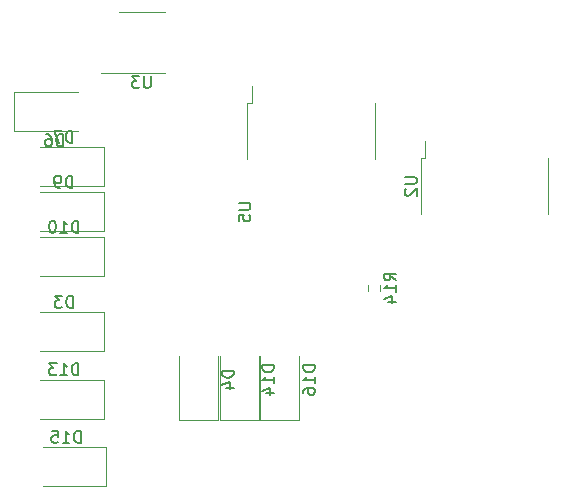
<source format=gbr>
%TF.GenerationSoftware,KiCad,Pcbnew,(6.0.9)*%
%TF.CreationDate,2023-01-31T13:38:18+01:00*%
%TF.ProjectId,jf-ecu32,6a662d65-6375-4333-922e-6b696361645f,rev?*%
%TF.SameCoordinates,Original*%
%TF.FileFunction,Legend,Bot*%
%TF.FilePolarity,Positive*%
%FSLAX46Y46*%
G04 Gerber Fmt 4.6, Leading zero omitted, Abs format (unit mm)*
G04 Created by KiCad (PCBNEW (6.0.9)) date 2023-01-31 13:38:18*
%MOMM*%
%LPD*%
G01*
G04 APERTURE LIST*
%ADD10C,0.150000*%
%ADD11C,0.120000*%
G04 APERTURE END LIST*
D10*
%TO.C,D14*%
X48291380Y-182535914D02*
X47291380Y-182535914D01*
X47291380Y-182774009D01*
X47339000Y-182916866D01*
X47434238Y-183012104D01*
X47529476Y-183059723D01*
X47719952Y-183107342D01*
X47862809Y-183107342D01*
X48053285Y-183059723D01*
X48148523Y-183012104D01*
X48243761Y-182916866D01*
X48291380Y-182774009D01*
X48291380Y-182535914D01*
X48291380Y-184059723D02*
X48291380Y-183488295D01*
X48291380Y-183774009D02*
X47291380Y-183774009D01*
X47434238Y-183678771D01*
X47529476Y-183583533D01*
X47577095Y-183488295D01*
X47624714Y-184916866D02*
X48291380Y-184916866D01*
X47243761Y-184678771D02*
X47958047Y-184440676D01*
X47958047Y-185059723D01*
%TO.C,D9*%
X31218095Y-167497380D02*
X31218095Y-166497380D01*
X30980000Y-166497380D01*
X30837142Y-166545000D01*
X30741904Y-166640238D01*
X30694285Y-166735476D01*
X30646666Y-166925952D01*
X30646666Y-167068809D01*
X30694285Y-167259285D01*
X30741904Y-167354523D01*
X30837142Y-167449761D01*
X30980000Y-167497380D01*
X31218095Y-167497380D01*
X30170476Y-167497380D02*
X29980000Y-167497380D01*
X29884761Y-167449761D01*
X29837142Y-167402142D01*
X29741904Y-167259285D01*
X29694285Y-167068809D01*
X29694285Y-166687857D01*
X29741904Y-166592619D01*
X29789523Y-166545000D01*
X29884761Y-166497380D01*
X30075238Y-166497380D01*
X30170476Y-166545000D01*
X30218095Y-166592619D01*
X30265714Y-166687857D01*
X30265714Y-166925952D01*
X30218095Y-167021190D01*
X30170476Y-167068809D01*
X30075238Y-167116428D01*
X29884761Y-167116428D01*
X29789523Y-167068809D01*
X29741904Y-167021190D01*
X29694285Y-166925952D01*
%TO.C,D16*%
X51745780Y-182535914D02*
X50745780Y-182535914D01*
X50745780Y-182774009D01*
X50793400Y-182916866D01*
X50888638Y-183012104D01*
X50983876Y-183059723D01*
X51174352Y-183107342D01*
X51317209Y-183107342D01*
X51507685Y-183059723D01*
X51602923Y-183012104D01*
X51698161Y-182916866D01*
X51745780Y-182774009D01*
X51745780Y-182535914D01*
X51745780Y-184059723D02*
X51745780Y-183488295D01*
X51745780Y-183774009D02*
X50745780Y-183774009D01*
X50888638Y-183678771D01*
X50983876Y-183583533D01*
X51031495Y-183488295D01*
X50745780Y-184916866D02*
X50745780Y-184726390D01*
X50793400Y-184631152D01*
X50841019Y-184583533D01*
X50983876Y-184488295D01*
X51174352Y-184440676D01*
X51555304Y-184440676D01*
X51650542Y-184488295D01*
X51698161Y-184535914D01*
X51745780Y-184631152D01*
X51745780Y-184821628D01*
X51698161Y-184916866D01*
X51650542Y-184964485D01*
X51555304Y-185012104D01*
X51317209Y-185012104D01*
X51221971Y-184964485D01*
X51174352Y-184916866D01*
X51126733Y-184821628D01*
X51126733Y-184631152D01*
X51174352Y-184535914D01*
X51221971Y-184488295D01*
X51317209Y-184440676D01*
%TO.C,U3*%
X37845904Y-158046380D02*
X37845904Y-158855904D01*
X37798285Y-158951142D01*
X37750666Y-158998761D01*
X37655428Y-159046380D01*
X37464952Y-159046380D01*
X37369714Y-158998761D01*
X37322095Y-158951142D01*
X37274476Y-158855904D01*
X37274476Y-158046380D01*
X36893523Y-158046380D02*
X36274476Y-158046380D01*
X36607809Y-158427333D01*
X36464952Y-158427333D01*
X36369714Y-158474952D01*
X36322095Y-158522571D01*
X36274476Y-158617809D01*
X36274476Y-158855904D01*
X36322095Y-158951142D01*
X36369714Y-158998761D01*
X36464952Y-159046380D01*
X36750666Y-159046380D01*
X36845904Y-158998761D01*
X36893523Y-158951142D01*
%TO.C,D10*%
X31734285Y-171307380D02*
X31734285Y-170307380D01*
X31496190Y-170307380D01*
X31353333Y-170355000D01*
X31258095Y-170450238D01*
X31210476Y-170545476D01*
X31162857Y-170735952D01*
X31162857Y-170878809D01*
X31210476Y-171069285D01*
X31258095Y-171164523D01*
X31353333Y-171259761D01*
X31496190Y-171307380D01*
X31734285Y-171307380D01*
X30210476Y-171307380D02*
X30781904Y-171307380D01*
X30496190Y-171307380D02*
X30496190Y-170307380D01*
X30591428Y-170450238D01*
X30686666Y-170545476D01*
X30781904Y-170593095D01*
X29591428Y-170307380D02*
X29496190Y-170307380D01*
X29400952Y-170355000D01*
X29353333Y-170402619D01*
X29305714Y-170497857D01*
X29258095Y-170688333D01*
X29258095Y-170926428D01*
X29305714Y-171116904D01*
X29353333Y-171212142D01*
X29400952Y-171259761D01*
X29496190Y-171307380D01*
X29591428Y-171307380D01*
X29686666Y-171259761D01*
X29734285Y-171212142D01*
X29781904Y-171116904D01*
X29829523Y-170926428D01*
X29829523Y-170688333D01*
X29781904Y-170497857D01*
X29734285Y-170402619D01*
X29686666Y-170355000D01*
X29591428Y-170307380D01*
%TO.C,D6*%
X30424095Y-163988380D02*
X30424095Y-162988380D01*
X30186000Y-162988380D01*
X30043142Y-163036000D01*
X29947904Y-163131238D01*
X29900285Y-163226476D01*
X29852666Y-163416952D01*
X29852666Y-163559809D01*
X29900285Y-163750285D01*
X29947904Y-163845523D01*
X30043142Y-163940761D01*
X30186000Y-163988380D01*
X30424095Y-163988380D01*
X28995523Y-162988380D02*
X29186000Y-162988380D01*
X29281238Y-163036000D01*
X29328857Y-163083619D01*
X29424095Y-163226476D01*
X29471714Y-163416952D01*
X29471714Y-163797904D01*
X29424095Y-163893142D01*
X29376476Y-163940761D01*
X29281238Y-163988380D01*
X29090761Y-163988380D01*
X28995523Y-163940761D01*
X28947904Y-163893142D01*
X28900285Y-163797904D01*
X28900285Y-163559809D01*
X28947904Y-163464571D01*
X28995523Y-163416952D01*
X29090761Y-163369333D01*
X29281238Y-163369333D01*
X29376476Y-163416952D01*
X29424095Y-163464571D01*
X29471714Y-163559809D01*
%TO.C,D15*%
X31919285Y-189087380D02*
X31919285Y-188087380D01*
X31681190Y-188087380D01*
X31538333Y-188135000D01*
X31443095Y-188230238D01*
X31395476Y-188325476D01*
X31347857Y-188515952D01*
X31347857Y-188658809D01*
X31395476Y-188849285D01*
X31443095Y-188944523D01*
X31538333Y-189039761D01*
X31681190Y-189087380D01*
X31919285Y-189087380D01*
X30395476Y-189087380D02*
X30966904Y-189087380D01*
X30681190Y-189087380D02*
X30681190Y-188087380D01*
X30776428Y-188230238D01*
X30871666Y-188325476D01*
X30966904Y-188373095D01*
X29490714Y-188087380D02*
X29966904Y-188087380D01*
X30014523Y-188563571D01*
X29966904Y-188515952D01*
X29871666Y-188468333D01*
X29633571Y-188468333D01*
X29538333Y-188515952D01*
X29490714Y-188563571D01*
X29443095Y-188658809D01*
X29443095Y-188896904D01*
X29490714Y-188992142D01*
X29538333Y-189039761D01*
X29633571Y-189087380D01*
X29871666Y-189087380D01*
X29966904Y-189039761D01*
X30014523Y-188992142D01*
%TO.C,D13*%
X31734285Y-183372380D02*
X31734285Y-182372380D01*
X31496190Y-182372380D01*
X31353333Y-182420000D01*
X31258095Y-182515238D01*
X31210476Y-182610476D01*
X31162857Y-182800952D01*
X31162857Y-182943809D01*
X31210476Y-183134285D01*
X31258095Y-183229523D01*
X31353333Y-183324761D01*
X31496190Y-183372380D01*
X31734285Y-183372380D01*
X30210476Y-183372380D02*
X30781904Y-183372380D01*
X30496190Y-183372380D02*
X30496190Y-182372380D01*
X30591428Y-182515238D01*
X30686666Y-182610476D01*
X30781904Y-182658095D01*
X29877142Y-182372380D02*
X29258095Y-182372380D01*
X29591428Y-182753333D01*
X29448571Y-182753333D01*
X29353333Y-182800952D01*
X29305714Y-182848571D01*
X29258095Y-182943809D01*
X29258095Y-183181904D01*
X29305714Y-183277142D01*
X29353333Y-183324761D01*
X29448571Y-183372380D01*
X29734285Y-183372380D01*
X29829523Y-183324761D01*
X29877142Y-183277142D01*
%TO.C,R14*%
X58625980Y-175340542D02*
X58149790Y-175007209D01*
X58625980Y-174769114D02*
X57625980Y-174769114D01*
X57625980Y-175150066D01*
X57673600Y-175245304D01*
X57721219Y-175292923D01*
X57816457Y-175340542D01*
X57959314Y-175340542D01*
X58054552Y-175292923D01*
X58102171Y-175245304D01*
X58149790Y-175150066D01*
X58149790Y-174769114D01*
X58625980Y-176292923D02*
X58625980Y-175721495D01*
X58625980Y-176007209D02*
X57625980Y-176007209D01*
X57768838Y-175911971D01*
X57864076Y-175816733D01*
X57911695Y-175721495D01*
X57959314Y-177150066D02*
X58625980Y-177150066D01*
X57578361Y-176911971D02*
X58292647Y-176673876D01*
X58292647Y-177292923D01*
%TO.C,U2*%
X59368580Y-166598695D02*
X60178104Y-166598695D01*
X60273342Y-166646314D01*
X60320961Y-166693933D01*
X60368580Y-166789171D01*
X60368580Y-166979647D01*
X60320961Y-167074885D01*
X60273342Y-167122504D01*
X60178104Y-167170123D01*
X59368580Y-167170123D01*
X59463819Y-167598695D02*
X59416200Y-167646314D01*
X59368580Y-167741552D01*
X59368580Y-167979647D01*
X59416200Y-168074885D01*
X59463819Y-168122504D01*
X59559057Y-168170123D01*
X59654295Y-168170123D01*
X59797152Y-168122504D01*
X60368580Y-167551076D01*
X60368580Y-168170123D01*
%TO.C,D7*%
X31218095Y-163687380D02*
X31218095Y-162687380D01*
X30980000Y-162687380D01*
X30837142Y-162735000D01*
X30741904Y-162830238D01*
X30694285Y-162925476D01*
X30646666Y-163115952D01*
X30646666Y-163258809D01*
X30694285Y-163449285D01*
X30741904Y-163544523D01*
X30837142Y-163639761D01*
X30980000Y-163687380D01*
X31218095Y-163687380D01*
X30313333Y-162687380D02*
X29646666Y-162687380D01*
X30075238Y-163687380D01*
%TO.C,U5*%
X45296980Y-168783095D02*
X46106504Y-168783095D01*
X46201742Y-168830714D01*
X46249361Y-168878333D01*
X46296980Y-168973571D01*
X46296980Y-169164047D01*
X46249361Y-169259285D01*
X46201742Y-169306904D01*
X46106504Y-169354523D01*
X45296980Y-169354523D01*
X45296980Y-170306904D02*
X45296980Y-169830714D01*
X45773171Y-169783095D01*
X45725552Y-169830714D01*
X45677933Y-169925952D01*
X45677933Y-170164047D01*
X45725552Y-170259285D01*
X45773171Y-170306904D01*
X45868409Y-170354523D01*
X46106504Y-170354523D01*
X46201742Y-170306904D01*
X46249361Y-170259285D01*
X46296980Y-170164047D01*
X46296980Y-169925952D01*
X46249361Y-169830714D01*
X46201742Y-169783095D01*
%TO.C,D4*%
X44862380Y-183001904D02*
X43862380Y-183001904D01*
X43862380Y-183240000D01*
X43910000Y-183382857D01*
X44005238Y-183478095D01*
X44100476Y-183525714D01*
X44290952Y-183573333D01*
X44433809Y-183573333D01*
X44624285Y-183525714D01*
X44719523Y-183478095D01*
X44814761Y-183382857D01*
X44862380Y-183240000D01*
X44862380Y-183001904D01*
X44195714Y-184430476D02*
X44862380Y-184430476D01*
X43814761Y-184192380D02*
X44529047Y-183954285D01*
X44529047Y-184573333D01*
%TO.C,D3*%
X31258095Y-177657380D02*
X31258095Y-176657380D01*
X31020000Y-176657380D01*
X30877142Y-176705000D01*
X30781904Y-176800238D01*
X30734285Y-176895476D01*
X30686666Y-177085952D01*
X30686666Y-177228809D01*
X30734285Y-177419285D01*
X30781904Y-177514523D01*
X30877142Y-177609761D01*
X31020000Y-177657380D01*
X31258095Y-177657380D01*
X30353333Y-176657380D02*
X29734285Y-176657380D01*
X30067619Y-177038333D01*
X29924761Y-177038333D01*
X29829523Y-177085952D01*
X29781904Y-177133571D01*
X29734285Y-177228809D01*
X29734285Y-177466904D01*
X29781904Y-177562142D01*
X29829523Y-177609761D01*
X29924761Y-177657380D01*
X30210476Y-177657380D01*
X30305714Y-177609761D01*
X30353333Y-177562142D01*
D11*
%TO.C,D14*%
X43689000Y-187150200D02*
X43689000Y-181750200D01*
X46989000Y-187150200D02*
X43689000Y-187150200D01*
X46989000Y-187150200D02*
X46989000Y-181750200D01*
%TO.C,D9*%
X33880000Y-171195000D02*
X28480000Y-171195000D01*
X33880000Y-167895000D02*
X28480000Y-167895000D01*
X33880000Y-167895000D02*
X33880000Y-171195000D01*
%TO.C,D16*%
X50443400Y-187150200D02*
X50443400Y-181750200D01*
X50443400Y-187150200D02*
X47143400Y-187150200D01*
X47143400Y-187150200D02*
X47143400Y-181750200D01*
%TO.C,U3*%
X37084000Y-157754000D02*
X33634000Y-157754000D01*
X37084000Y-152634000D02*
X35134000Y-152634000D01*
X37084000Y-157754000D02*
X39034000Y-157754000D01*
X37084000Y-152634000D02*
X39034000Y-152634000D01*
%TO.C,D10*%
X33920000Y-171705000D02*
X33920000Y-175005000D01*
X33920000Y-175005000D02*
X28520000Y-175005000D01*
X33920000Y-171705000D02*
X28520000Y-171705000D01*
%TO.C,D6*%
X26286000Y-159386000D02*
X31686000Y-159386000D01*
X26286000Y-162686000D02*
X31686000Y-162686000D01*
X26286000Y-162686000D02*
X26286000Y-159386000D01*
%TO.C,D15*%
X34105000Y-189485000D02*
X34105000Y-192785000D01*
X34105000Y-192785000D02*
X28705000Y-192785000D01*
X34105000Y-189485000D02*
X28705000Y-189485000D01*
%TO.C,D13*%
X33920000Y-187070000D02*
X28520000Y-187070000D01*
X33920000Y-183770000D02*
X28520000Y-183770000D01*
X33920000Y-183770000D02*
X33920000Y-187070000D01*
%TO.C,R14*%
X56221100Y-176220658D02*
X56221100Y-175746142D01*
X57266100Y-176220658D02*
X57266100Y-175746142D01*
%TO.C,U2*%
X61116200Y-164960600D02*
X61116200Y-163560600D01*
X60716200Y-164960600D02*
X60716200Y-169760600D01*
X71516200Y-164960600D02*
X71516200Y-169760600D01*
X60716200Y-164960600D02*
X61116200Y-164960600D01*
%TO.C,D7*%
X33880000Y-164085000D02*
X33880000Y-167385000D01*
X33880000Y-167385000D02*
X28480000Y-167385000D01*
X33880000Y-164085000D02*
X28480000Y-164085000D01*
%TO.C,U5*%
X46009600Y-160287000D02*
X46409600Y-160287000D01*
X46409600Y-160287000D02*
X46409600Y-158887000D01*
X46009600Y-160287000D02*
X46009600Y-165087000D01*
X56809600Y-160287000D02*
X56809600Y-165087000D01*
%TO.C,D4*%
X40260000Y-187140000D02*
X40260000Y-181740000D01*
X43560000Y-187140000D02*
X43560000Y-181740000D01*
X43560000Y-187140000D02*
X40260000Y-187140000D01*
%TO.C,D3*%
X33920000Y-178055000D02*
X28520000Y-178055000D01*
X33920000Y-181355000D02*
X28520000Y-181355000D01*
X33920000Y-178055000D02*
X33920000Y-181355000D01*
%TD*%
M02*

</source>
